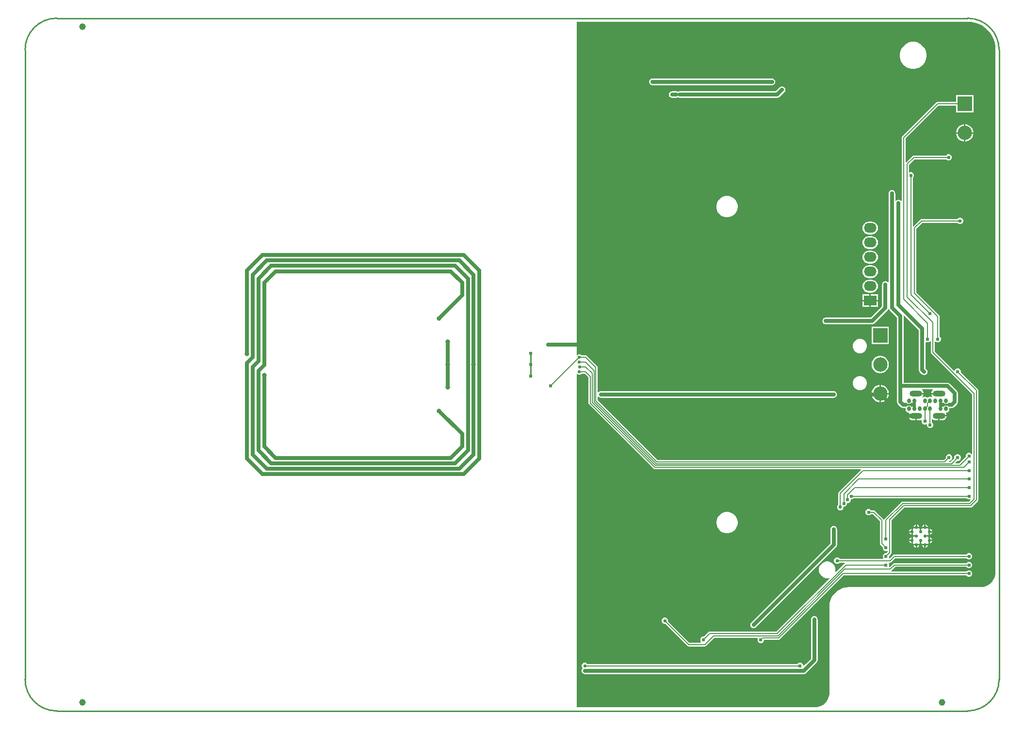
<source format=gtl>
G04*
G04 #@! TF.GenerationSoftware,Altium Limited,Altium Designer,22.2.1 (43)*
G04*
G04 Layer_Physical_Order=1*
G04 Layer_Color=255*
%FSLAX25Y25*%
%MOIN*%
G70*
G04*
G04 #@! TF.SameCoordinates,848C5CEF-A0A5-40A2-882F-BA2EA4B76D18*
G04*
G04*
G04 #@! TF.FilePolarity,Positive*
G04*
G01*
G75*
%ADD10C,0.01000*%
%ADD21C,0.02500*%
%ADD22C,0.02559*%
%ADD23C,0.00600*%
%ADD24C,0.00900*%
%ADD25C,0.02000*%
%ADD26C,0.00984*%
%ADD27C,0.02756*%
%ADD28C,0.03150*%
%ADD29C,0.04535*%
%ADD30C,0.09843*%
%ADD31R,0.09843X0.09843*%
%ADD32R,0.09843X0.09843*%
%ADD33C,0.02165*%
%ADD34O,0.02559X0.03347*%
%ADD35O,0.08661X0.04134*%
%ADD36O,0.08661X0.06693*%
%ADD37R,0.08661X0.06693*%
%ADD38C,0.02441*%
G36*
X312992Y235777D02*
Y235777D01*
X313487Y235764D01*
X315506Y235631D01*
X317977Y235140D01*
X320363Y234330D01*
X322622Y233215D01*
X324717Y231816D01*
X326611Y230155D01*
X328273Y228260D01*
X329672Y226166D01*
X330786Y223906D01*
X331596Y221520D01*
X332088Y219049D01*
X332220Y217030D01*
X332234Y216535D01*
X332234Y216535D01*
X332234Y216038D01*
X332234Y0D01*
X332234Y-142717D01*
X332241Y-142751D01*
X332116Y-144342D01*
X331735Y-145928D01*
X331111Y-147435D01*
X330259Y-148825D01*
X329199Y-150066D01*
X327959Y-151125D01*
X326569Y-151977D01*
X325062Y-152601D01*
X323476Y-152982D01*
X321884Y-153107D01*
X321850Y-153100D01*
X231299Y-153100D01*
Y-153087D01*
X229226Y-153250D01*
X227204Y-153735D01*
X225283Y-154531D01*
X223510Y-155618D01*
X221929Y-156968D01*
X220578Y-158549D01*
X219492Y-160322D01*
X218696Y-162243D01*
X218211Y-164266D01*
X218047Y-166339D01*
X218047D01*
X218061Y-166839D01*
X218061Y-225394D01*
X218068Y-225428D01*
X217942Y-227020D01*
X217562Y-228605D01*
X216937Y-230112D01*
X216085Y-231503D01*
X215026Y-232743D01*
X213786Y-233802D01*
X212396Y-234654D01*
X210889Y-235278D01*
X209303Y-235659D01*
X208165Y-235748D01*
X207677Y-235777D01*
X207177Y-235777D01*
X44291Y-235777D01*
Y-6605D01*
X44791Y-6398D01*
X45080Y-6687D01*
X45846Y-7004D01*
X46674D01*
X47440Y-6687D01*
X47809Y-6318D01*
X49998D01*
X52574Y-8894D01*
Y-26491D01*
X52675Y-26998D01*
X52963Y-27428D01*
X97001Y-71466D01*
X97431Y-71754D01*
X97938Y-71855D01*
X239540D01*
X239747Y-72355D01*
X224563Y-87539D01*
X224275Y-87969D01*
X224174Y-88476D01*
Y-96185D01*
X223618Y-96742D01*
X223280Y-97558D01*
Y-98442D01*
X223618Y-99258D01*
X224242Y-99882D01*
X225058Y-100221D01*
X225942D01*
X226758Y-99882D01*
X227382Y-99258D01*
X227720Y-98442D01*
Y-97720D01*
X228442D01*
X229258Y-97382D01*
X229882Y-96758D01*
X230221Y-95942D01*
Y-95221D01*
X230942D01*
X231758Y-94882D01*
X232382Y-94258D01*
X232720Y-93442D01*
Y-92721D01*
X233442D01*
X234258Y-92382D01*
X234764Y-91877D01*
X312162D01*
X312719Y-92434D01*
X313535Y-92772D01*
X314418D01*
X314808Y-92610D01*
X315092Y-93034D01*
X313951Y-94174D01*
X268379D01*
X267871Y-94275D01*
X267441Y-94563D01*
X255953Y-106052D01*
X255678Y-106463D01*
X255592Y-106476D01*
X255164Y-106440D01*
X255162Y-106430D01*
X254874Y-106000D01*
X249437Y-100563D01*
X249007Y-100275D01*
X248500Y-100174D01*
X246815D01*
X246258Y-99618D01*
X245442Y-99279D01*
X244558D01*
X243742Y-99618D01*
X243118Y-100242D01*
X242779Y-101058D01*
Y-101942D01*
X243118Y-102758D01*
X243742Y-103382D01*
X244558Y-103720D01*
X245442D01*
X246258Y-103382D01*
X246815Y-102825D01*
X247951D01*
X252611Y-107486D01*
Y-123031D01*
X252712Y-123539D01*
X253000Y-123969D01*
X254669Y-125638D01*
Y-126426D01*
X255007Y-127242D01*
X255632Y-127867D01*
X256448Y-128205D01*
X257331D01*
X257601Y-128093D01*
X258026Y-128364D01*
X258060Y-128845D01*
X257236Y-129669D01*
X256448D01*
X255632Y-130007D01*
X255007Y-130632D01*
X254669Y-131448D01*
Y-132331D01*
X254953Y-133017D01*
X254724Y-133517D01*
X225240D01*
X224683Y-132960D01*
X223867Y-132622D01*
X222984D01*
X222167Y-132960D01*
X221543Y-133585D01*
X221205Y-134401D01*
Y-135284D01*
X221543Y-136100D01*
X222167Y-136725D01*
X222984Y-137063D01*
X223867D01*
X224683Y-136725D01*
X225240Y-136168D01*
X228526D01*
X228678Y-136668D01*
X228393Y-136858D01*
X222566Y-142686D01*
X222117Y-142427D01*
X222260Y-141895D01*
Y-140388D01*
X221870Y-138932D01*
X221116Y-137627D01*
X220050Y-136561D01*
X218745Y-135807D01*
X217289Y-135417D01*
X215782D01*
X214326Y-135807D01*
X213021Y-136561D01*
X211955Y-137627D01*
X211201Y-138932D01*
X210811Y-140388D01*
Y-141895D01*
X211201Y-143351D01*
X211955Y-144657D01*
X213021Y-145722D01*
X214326Y-146476D01*
X215782Y-146866D01*
X217289D01*
X217821Y-146724D01*
X218079Y-147172D01*
X181577Y-183675D01*
X135835D01*
X135327Y-183775D01*
X134897Y-184063D01*
X131846Y-187114D01*
X131058D01*
X130242Y-187452D01*
X129618Y-188077D01*
X129279Y-188893D01*
Y-189776D01*
X129618Y-190592D01*
X129738Y-190713D01*
X129546Y-191174D01*
X121915D01*
X107220Y-176480D01*
Y-175692D01*
X106882Y-174876D01*
X106258Y-174251D01*
X105442Y-173913D01*
X104558D01*
X103742Y-174251D01*
X103118Y-174876D01*
X102779Y-175692D01*
Y-176576D01*
X103118Y-177392D01*
X103742Y-178016D01*
X104558Y-178354D01*
X105346D01*
X120429Y-193437D01*
X120859Y-193725D01*
X121366Y-193825D01*
X132500D01*
X133007Y-193725D01*
X133437Y-193437D01*
X139049Y-187826D01*
X168586D01*
X168885Y-188326D01*
X168650Y-188893D01*
Y-189776D01*
X168988Y-190592D01*
X169612Y-191217D01*
X170428Y-191555D01*
X171312D01*
X172128Y-191217D01*
X172752Y-190592D01*
X173091Y-189776D01*
Y-189325D01*
X183063D01*
X183570Y-189225D01*
X184000Y-188937D01*
X227911Y-145026D01*
X312162D01*
X312719Y-145583D01*
X313535Y-145921D01*
X314418D01*
X315234Y-145583D01*
X315859Y-144959D01*
X316197Y-144142D01*
Y-143259D01*
X315859Y-142443D01*
X315234Y-141818D01*
X314418Y-141480D01*
X313535D01*
X312719Y-141818D01*
X312162Y-142375D01*
X260647D01*
X260495Y-141875D01*
X260780Y-141685D01*
X263344Y-139121D01*
X312162D01*
X312719Y-139678D01*
X313535Y-140016D01*
X314418D01*
X315234Y-139678D01*
X315859Y-139053D01*
X316197Y-138237D01*
Y-137354D01*
X315859Y-136538D01*
X315234Y-135913D01*
X314418Y-135575D01*
X313535D01*
X312719Y-135913D01*
X312162Y-136470D01*
X262795D01*
X262288Y-136571D01*
X261858Y-136858D01*
X259508Y-139208D01*
X259234Y-139168D01*
X258944Y-138639D01*
X259110Y-138237D01*
Y-137354D01*
X258826Y-136668D01*
X259056Y-136168D01*
X259842D01*
X260350Y-136067D01*
X260780Y-135780D01*
X263344Y-133215D01*
X312162D01*
X312719Y-133772D01*
X313535Y-134110D01*
X314418D01*
X315234Y-133772D01*
X315859Y-133148D01*
X316197Y-132331D01*
Y-131448D01*
X315859Y-130632D01*
X315234Y-130007D01*
X314418Y-129669D01*
X313535D01*
X312719Y-130007D01*
X312162Y-130564D01*
X262795D01*
X262288Y-130665D01*
X261858Y-130953D01*
X259508Y-133303D01*
X259234Y-133263D01*
X258944Y-132734D01*
X259110Y-132331D01*
Y-131544D01*
X260437Y-130217D01*
X260725Y-129787D01*
X260825Y-129279D01*
Y-107049D01*
X269549Y-98326D01*
X315121D01*
X315629Y-98225D01*
X316059Y-97937D01*
X319937Y-94059D01*
X320225Y-93629D01*
X320325Y-93121D01*
Y-17753D01*
X320225Y-17246D01*
X319937Y-16816D01*
X308394Y-5273D01*
Y-4485D01*
X308056Y-3669D01*
X307431Y-3044D01*
X306615Y-2706D01*
X305732D01*
X304915Y-3044D01*
X304291Y-3669D01*
X304133Y-4051D01*
X303543Y-4168D01*
X290325Y9049D01*
Y15827D01*
X290826Y16034D01*
X291242Y15618D01*
X292058Y15280D01*
X292942D01*
X293758Y15618D01*
X294382Y16242D01*
X294721Y17058D01*
Y17942D01*
X294382Y18758D01*
X293826Y19315D01*
Y33000D01*
X293725Y33507D01*
X293437Y33937D01*
X277825Y49549D01*
Y93451D01*
X281837Y97462D01*
X305927D01*
X306484Y96905D01*
X307300Y96567D01*
X308184D01*
X309000Y96905D01*
X309625Y97530D01*
X309963Y98346D01*
Y99229D01*
X309625Y100045D01*
X309000Y100670D01*
X308184Y101008D01*
X307300D01*
X306484Y100670D01*
X305927Y100113D01*
X281287D01*
X280780Y100012D01*
X280350Y99725D01*
X275826Y95200D01*
X275325Y95407D01*
Y128185D01*
X275882Y128742D01*
X276220Y129558D01*
Y130442D01*
X275882Y131258D01*
X275258Y131882D01*
X274442Y132220D01*
X273558D01*
X273241Y132089D01*
X272826Y132367D01*
Y137451D01*
X276549Y141174D01*
X298185D01*
X298742Y140618D01*
X299558Y140279D01*
X300442D01*
X301258Y140618D01*
X301882Y141242D01*
X302221Y142058D01*
Y142942D01*
X301882Y143758D01*
X301258Y144382D01*
X300442Y144720D01*
X299558D01*
X298742Y144382D01*
X298185Y143825D01*
X276000D01*
X275493Y143725D01*
X275063Y143437D01*
X270826Y139200D01*
X270325Y139407D01*
Y155451D01*
X292840Y177966D01*
X305102D01*
Y173370D01*
X316945D01*
Y185213D01*
X305102D01*
Y180617D01*
X292291D01*
X291784Y180516D01*
X291354Y180229D01*
X268063Y156937D01*
X267775Y156507D01*
X267674Y156000D01*
Y112696D01*
X267175Y112544D01*
X267122Y112622D01*
X266808Y112832D01*
X266758Y112882D01*
X266692Y112910D01*
X266378Y113119D01*
X266008Y113193D01*
X265942Y113220D01*
X265870D01*
X265500Y113294D01*
X265130Y113220D01*
X265058D01*
X264992Y113193D01*
X264622Y113119D01*
X264308Y112910D01*
X264242Y112882D01*
X264192Y112832D01*
X263878Y112622D01*
X263794Y112497D01*
X263294Y112648D01*
Y117800D01*
X263221Y118170D01*
Y118242D01*
X263193Y118308D01*
X263120Y118678D01*
X262910Y118992D01*
X262882Y119058D01*
X262832Y119108D01*
X262622Y119422D01*
X262308Y119632D01*
X262258Y119682D01*
X262192Y119710D01*
X261878Y119919D01*
X261508Y119993D01*
X261442Y120020D01*
X261370D01*
X261000Y120094D01*
X260630Y120020D01*
X260558D01*
X260492Y119993D01*
X260122Y119919D01*
X259808Y119710D01*
X259742Y119682D01*
X259692Y119632D01*
X259378Y119422D01*
X259168Y119108D01*
X259118Y119058D01*
X259090Y118992D01*
X258880Y118678D01*
X258807Y118308D01*
X258780Y118242D01*
Y118170D01*
X258706Y117800D01*
Y56696D01*
X258206Y56544D01*
X258122Y56669D01*
X257808Y56879D01*
X257758Y56930D01*
X257692Y56957D01*
X257378Y57167D01*
X257008Y57240D01*
X256942Y57268D01*
X256870D01*
X256500Y57341D01*
X256130Y57268D01*
X256058D01*
X255992Y57240D01*
X255622Y57167D01*
X255308Y56957D01*
X255242Y56930D01*
X255192Y56879D01*
X254878Y56669D01*
X254668Y56356D01*
X254618Y56305D01*
X254590Y56239D01*
X254380Y55925D01*
X254307Y55555D01*
X254279Y55489D01*
Y55417D01*
X254206Y55047D01*
Y39950D01*
X246550Y32294D01*
X215500D01*
X215130Y32221D01*
X215058D01*
X214992Y32193D01*
X214622Y32120D01*
X214308Y31910D01*
X214242Y31882D01*
X214192Y31832D01*
X213878Y31622D01*
X213668Y31308D01*
X213618Y31258D01*
X213590Y31192D01*
X213381Y30878D01*
X213307Y30508D01*
X213280Y30442D01*
Y30370D01*
X213206Y30000D01*
X213280Y29630D01*
Y29558D01*
X213307Y29492D01*
X213381Y29122D01*
X213590Y28808D01*
X213618Y28742D01*
X213668Y28692D01*
X213878Y28378D01*
X214192Y28168D01*
X214242Y28118D01*
X214308Y28090D01*
X214622Y27880D01*
X214992Y27807D01*
X215058Y27779D01*
X215130D01*
X215500Y27706D01*
X247500D01*
X248378Y27880D01*
X249122Y28378D01*
X258122Y37378D01*
X258458Y37880D01*
X259042D01*
X259378Y37378D01*
X264438Y32318D01*
Y-25591D01*
X264613Y-26469D01*
X265110Y-27213D01*
X267079Y-29181D01*
X267823Y-29678D01*
X268701Y-29853D01*
X270258D01*
X270314Y-29921D01*
Y-30709D01*
X270491Y-31598D01*
X270994Y-32352D01*
X271748Y-32856D01*
X272457Y-32997D01*
X272682Y-33436D01*
X272690Y-33514D01*
X272616Y-33611D01*
X272307Y-34357D01*
X272268Y-34657D01*
X277559D01*
Y-35157D01*
X278059D01*
Y-38251D01*
X279823D01*
X280624Y-38146D01*
X281163Y-37922D01*
X281546Y-38304D01*
X281441Y-38558D01*
Y-39442D01*
X281779Y-40258D01*
X282404Y-40882D01*
X283220Y-41221D01*
X284103D01*
X284484Y-41063D01*
X284984Y-41397D01*
Y-41942D01*
X285322Y-42758D01*
X285947Y-43382D01*
X286763Y-43720D01*
X287646D01*
X288462Y-43382D01*
X289087Y-42758D01*
X289425Y-41942D01*
Y-41058D01*
X289087Y-40242D01*
X288530Y-39685D01*
Y-37705D01*
X289030Y-37479D01*
X289497Y-37836D01*
X290243Y-38146D01*
X291043Y-38251D01*
X292807D01*
Y-35157D01*
X293307D01*
Y-34657D01*
X298599D01*
X298559Y-34357D01*
X298250Y-33611D01*
X298176Y-33514D01*
X298184Y-33436D01*
X298409Y-32997D01*
X299118Y-32856D01*
X299872Y-32352D01*
X300376Y-31598D01*
X300553Y-30709D01*
Y-29921D01*
X300608Y-29853D01*
X302165D01*
X303043Y-29678D01*
X303787Y-29181D01*
X305756Y-27213D01*
X306253Y-26469D01*
X306428Y-25591D01*
Y-19685D01*
X306253Y-18807D01*
X305756Y-18063D01*
X300835Y-13142D01*
X300091Y-12644D01*
X299213Y-12470D01*
X269026D01*
Y33268D01*
X268963Y33585D01*
X269424Y33832D01*
X279548Y23707D01*
Y17323D01*
Y-3596D01*
X279723Y-4474D01*
X280220Y-5218D01*
X281551Y-6549D01*
X281865Y-6759D01*
X281915Y-6809D01*
X281982Y-6837D01*
X282295Y-7046D01*
X282665Y-7120D01*
X282732Y-7147D01*
X282803D01*
X283173Y-7221D01*
X283543Y-7147D01*
X283615D01*
X283681Y-7120D01*
X284051Y-7046D01*
X284365Y-6837D01*
X284431Y-6809D01*
X284482Y-6759D01*
X284795Y-6549D01*
X285005Y-6235D01*
X285056Y-6185D01*
X285083Y-6118D01*
X285293Y-5805D01*
X285366Y-5435D01*
X285394Y-5368D01*
Y-5297D01*
X285467Y-4927D01*
X285394Y-4557D01*
Y-4485D01*
X285366Y-4419D01*
X285293Y-4049D01*
X285083Y-3735D01*
X285056Y-3669D01*
X285005Y-3618D01*
X284795Y-3305D01*
X284137Y-2646D01*
Y15120D01*
X284637Y15454D01*
X285058Y15280D01*
X285942D01*
X286758Y15618D01*
X287175Y16034D01*
X287674Y15827D01*
Y8500D01*
X287775Y7993D01*
X288063Y7563D01*
X316175Y-20549D01*
Y-61343D01*
X315674Y-61550D01*
X315234Y-61110D01*
X314418Y-60772D01*
X313535D01*
X312719Y-61110D01*
X312094Y-61734D01*
X311756Y-62550D01*
Y-63338D01*
X307090Y-68004D01*
X304603D01*
X304412Y-67542D01*
X305756Y-66197D01*
X306544D01*
X307360Y-65859D01*
X307985Y-65234D01*
X308323Y-64418D01*
Y-63535D01*
X307985Y-62719D01*
X307360Y-62094D01*
X306544Y-61756D01*
X305661D01*
X304845Y-62094D01*
X304220Y-62719D01*
X303882Y-63535D01*
Y-64322D01*
X301401Y-66804D01*
X300383D01*
X300116Y-66304D01*
X300187Y-66197D01*
X300638D01*
X301455Y-65859D01*
X302079Y-65234D01*
X302417Y-64418D01*
Y-63535D01*
X302079Y-62719D01*
X301455Y-62094D01*
X300638Y-61756D01*
X299755D01*
X298939Y-62094D01*
X298314Y-62719D01*
X297976Y-63535D01*
Y-64322D01*
X296695Y-65604D01*
X99978D01*
X58825Y-24451D01*
Y-22196D01*
X59325Y-22044D01*
X59378Y-22122D01*
X59692Y-22332D01*
X59742Y-22382D01*
X59808Y-22410D01*
X60122Y-22619D01*
X60492Y-22693D01*
X60558Y-22720D01*
X60630D01*
X61000Y-22794D01*
X221000D01*
X221370Y-22720D01*
X221442D01*
X221508Y-22693D01*
X221878Y-22619D01*
X222192Y-22410D01*
X222258Y-22382D01*
X222308Y-22332D01*
X222622Y-22122D01*
X222832Y-21808D01*
X222882Y-21758D01*
X222910Y-21692D01*
X223119Y-21378D01*
X223193Y-21008D01*
X223220Y-20942D01*
Y-20870D01*
X223294Y-20500D01*
X223220Y-20130D01*
Y-20058D01*
X223193Y-19992D01*
X223119Y-19622D01*
X222910Y-19308D01*
X222882Y-19242D01*
X222832Y-19192D01*
X222622Y-18878D01*
X222308Y-18668D01*
X222258Y-18618D01*
X222192Y-18590D01*
X221878Y-18381D01*
X221508Y-18307D01*
X221442Y-18280D01*
X221370D01*
X221000Y-18206D01*
X61000D01*
X60630Y-18280D01*
X60558D01*
X60492Y-18307D01*
X60122Y-18381D01*
X59808Y-18590D01*
X59742Y-18618D01*
X59692Y-18668D01*
X59378Y-18878D01*
X59325Y-18956D01*
X58825Y-18804D01*
Y-1906D01*
X58725Y-1398D01*
X58437Y-968D01*
X51485Y5984D01*
X51055Y6272D01*
X50547Y6373D01*
X47880D01*
X47440Y6813D01*
X46674Y7130D01*
X45846D01*
X45080Y6813D01*
X44791Y6524D01*
X44291Y6731D01*
Y235777D01*
X312992Y235777D01*
X312992Y235777D01*
D02*
G37*
G36*
X289137Y-17558D02*
X288856Y-17773D01*
X288364Y-18414D01*
X288055Y-19160D01*
X288016Y-19461D01*
X293307D01*
Y-20461D01*
X288016D01*
X288055Y-20761D01*
X288364Y-21507D01*
X288856Y-22148D01*
X288884Y-22170D01*
X288877Y-22184D01*
X288225Y-22350D01*
X288094Y-22262D01*
X287205Y-22085D01*
X286315Y-22262D01*
X285561Y-22766D01*
X285305D01*
X284551Y-22262D01*
X283661Y-22085D01*
X282772Y-22262D01*
X282081Y-22724D01*
X281790Y-22317D01*
X282010Y-22148D01*
X282502Y-21507D01*
X282811Y-20761D01*
X282850Y-20461D01*
X277559D01*
Y-19461D01*
X282850D01*
X282811Y-19160D01*
X282502Y-18414D01*
X282010Y-17773D01*
X281730Y-17558D01*
X281899Y-17058D01*
X288967D01*
X289137Y-17558D01*
D02*
G37*
G36*
X299730Y-28550D02*
X299587Y-28447D01*
X299439Y-28355D01*
X299286Y-28274D01*
X299128Y-28204D01*
X298965Y-28144D01*
X298797Y-28095D01*
X298624Y-28058D01*
X298447Y-28031D01*
X298264Y-28014D01*
X298228Y-28014D01*
X298193Y-28014D01*
X298010Y-28031D01*
X297832Y-28058D01*
X297659Y-28095D01*
X297492Y-28144D01*
X297329Y-28204D01*
X297171Y-28274D01*
X297018Y-28355D01*
X296870Y-28447D01*
X296727Y-28550D01*
Y-26569D01*
X296870Y-26671D01*
X297018Y-26763D01*
X297171Y-26844D01*
X297329Y-26915D01*
X297492Y-26974D01*
X297659Y-27023D01*
X297832Y-27060D01*
X298010Y-27087D01*
X298193Y-27104D01*
X298228Y-27105D01*
X298264Y-27104D01*
X298447Y-27087D01*
X298624Y-27060D01*
X298797Y-27023D01*
X298965Y-26974D01*
X299128Y-26915D01*
X299286Y-26844D01*
X299439Y-26763D01*
X299587Y-26671D01*
X299730Y-26569D01*
Y-28550D01*
D02*
G37*
G36*
X274139D02*
X273996Y-28447D01*
X273848Y-28355D01*
X273695Y-28274D01*
X273537Y-28204D01*
X273375Y-28144D01*
X273207Y-28095D01*
X273034Y-28058D01*
X272856Y-28031D01*
X272673Y-28014D01*
X272638Y-28014D01*
X272602Y-28014D01*
X272420Y-28031D01*
X272242Y-28058D01*
X272069Y-28095D01*
X271901Y-28144D01*
X271738Y-28204D01*
X271580Y-28274D01*
X271427Y-28355D01*
X271279Y-28447D01*
X271136Y-28550D01*
Y-26569D01*
X271279Y-26671D01*
X271427Y-26763D01*
X271580Y-26844D01*
X271738Y-26915D01*
X271901Y-26974D01*
X272069Y-27023D01*
X272242Y-27060D01*
X272420Y-27087D01*
X272602Y-27104D01*
X272638Y-27105D01*
X272673Y-27104D01*
X272856Y-27087D01*
X273034Y-27060D01*
X273207Y-27023D01*
X273375Y-26974D01*
X273537Y-26915D01*
X273695Y-26844D01*
X273848Y-26763D01*
X273996Y-26671D01*
X274139Y-26569D01*
Y-28550D01*
D02*
G37*
%LPC*%
G36*
X276507Y221905D02*
X274674D01*
X272876Y221548D01*
X271182Y220846D01*
X269658Y219828D01*
X268361Y218531D01*
X267343Y217007D01*
X266641Y215313D01*
X266283Y213515D01*
Y211682D01*
X266641Y209884D01*
X267343Y208190D01*
X268361Y206665D01*
X269658Y205369D01*
X271182Y204351D01*
X272876Y203649D01*
X274674Y203291D01*
X276507D01*
X278305Y203649D01*
X279999Y204351D01*
X281523Y205369D01*
X282820Y206665D01*
X283838Y208190D01*
X284540Y209884D01*
X284898Y211682D01*
Y213515D01*
X284540Y215313D01*
X283838Y217007D01*
X282820Y218531D01*
X281523Y219828D01*
X279999Y220846D01*
X278305Y221548D01*
X276507Y221905D01*
D02*
G37*
G36*
X178598Y196812D02*
X96488D01*
X95599Y196635D01*
X94845Y196132D01*
X94341Y195378D01*
X94164Y194488D01*
X94341Y193599D01*
X94845Y192845D01*
X95599Y192341D01*
X96488Y192164D01*
X178598D01*
X179488Y192341D01*
X180242Y192845D01*
X180746Y193599D01*
X180923Y194488D01*
X180746Y195378D01*
X180242Y196132D01*
X179488Y196635D01*
X178598Y196812D01*
D02*
G37*
G36*
X185488Y191301D02*
X184599Y191124D01*
X183845Y190620D01*
X181258Y188033D01*
X115181D01*
X114292Y187856D01*
X113896Y187591D01*
X113500Y187856D01*
X112610Y188033D01*
X110039D01*
X109150Y187856D01*
X108396Y187352D01*
X107892Y186598D01*
X107715Y185709D01*
X107892Y184819D01*
X108396Y184065D01*
X109150Y183562D01*
X110039Y183385D01*
X112610D01*
X113500Y183562D01*
X113896Y183826D01*
X114292Y183562D01*
X115181Y183385D01*
X182221D01*
X183110Y183562D01*
X183864Y184065D01*
X187132Y187333D01*
X187636Y188087D01*
X187812Y188976D01*
X187636Y189866D01*
X187132Y190620D01*
X186378Y191124D01*
X185488Y191301D01*
D02*
G37*
G36*
X311607Y165213D02*
X311524D01*
Y159791D01*
X316945D01*
Y159874D01*
X316717Y161019D01*
X316271Y162096D01*
X315623Y163066D01*
X314798Y163891D01*
X313828Y164539D01*
X312751Y164985D01*
X311607Y165213D01*
D02*
G37*
G36*
X310524D02*
X310440D01*
X309296Y164985D01*
X308219Y164539D01*
X307249Y163891D01*
X306424Y163066D01*
X305776Y162096D01*
X305330Y161019D01*
X305102Y159874D01*
Y159791D01*
X310524D01*
Y165213D01*
D02*
G37*
G36*
X316945Y158791D02*
X311524D01*
Y153370D01*
X311607D01*
X312751Y153598D01*
X313828Y154044D01*
X314798Y154692D01*
X315623Y155517D01*
X316271Y156487D01*
X316717Y157564D01*
X316945Y158708D01*
Y158791D01*
D02*
G37*
G36*
X310524D02*
X305102D01*
Y158708D01*
X305330Y157564D01*
X305776Y156487D01*
X306424Y155517D01*
X307249Y154692D01*
X308219Y154044D01*
X309296Y153598D01*
X310440Y153370D01*
X310524D01*
Y158791D01*
D02*
G37*
G36*
X148357Y115961D02*
X146919D01*
X145509Y115680D01*
X144180Y115130D01*
X142985Y114331D01*
X141968Y113314D01*
X141169Y112119D01*
X140619Y110791D01*
X140339Y109380D01*
Y107942D01*
X140619Y106532D01*
X141169Y105204D01*
X141968Y104008D01*
X142985Y102992D01*
X144180Y102193D01*
X145509Y101643D01*
X146919Y101362D01*
X148357D01*
X149767Y101643D01*
X151095Y102193D01*
X152291Y102992D01*
X153307Y104008D01*
X154106Y105204D01*
X154657Y106532D01*
X154937Y107942D01*
Y109380D01*
X154657Y110791D01*
X154106Y112119D01*
X153307Y113314D01*
X152291Y114331D01*
X151095Y115130D01*
X149767Y115680D01*
X148357Y115961D01*
D02*
G37*
G36*
X247047Y98282D02*
X245079D01*
X243944Y98132D01*
X242887Y97694D01*
X241979Y96998D01*
X241282Y96090D01*
X240844Y95032D01*
X240695Y93898D01*
X240844Y92763D01*
X241282Y91706D01*
X241979Y90798D01*
X242887Y90101D01*
X243944Y89663D01*
X245079Y89514D01*
X247047D01*
X248182Y89663D01*
X249239Y90101D01*
X250147Y90798D01*
X250844Y91706D01*
X251282Y92763D01*
X251431Y93898D01*
X251282Y95032D01*
X250844Y96090D01*
X250147Y96998D01*
X249239Y97694D01*
X248182Y98132D01*
X247047Y98282D01*
D02*
G37*
G36*
Y88282D02*
X245079D01*
X243944Y88132D01*
X242887Y87694D01*
X241979Y86998D01*
X241282Y86090D01*
X240844Y85032D01*
X240695Y83898D01*
X240844Y82763D01*
X241282Y81706D01*
X241979Y80798D01*
X242887Y80101D01*
X243944Y79663D01*
X245079Y79514D01*
X247047D01*
X248182Y79663D01*
X249239Y80101D01*
X250147Y80798D01*
X250844Y81706D01*
X251282Y82763D01*
X251431Y83898D01*
X251282Y85032D01*
X250844Y86090D01*
X250147Y86998D01*
X249239Y87694D01*
X248182Y88132D01*
X247047Y88282D01*
D02*
G37*
G36*
Y78282D02*
X245079D01*
X243944Y78132D01*
X242887Y77694D01*
X241979Y76998D01*
X241282Y76090D01*
X240844Y75032D01*
X240695Y73898D01*
X240844Y72763D01*
X241282Y71706D01*
X241979Y70798D01*
X242887Y70101D01*
X243944Y69663D01*
X245079Y69514D01*
X247047D01*
X248182Y69663D01*
X249239Y70101D01*
X250147Y70798D01*
X250844Y71706D01*
X251282Y72763D01*
X251431Y73898D01*
X251282Y75032D01*
X250844Y76090D01*
X250147Y76998D01*
X249239Y77694D01*
X248182Y78132D01*
X247047Y78282D01*
D02*
G37*
G36*
Y68282D02*
X245079D01*
X243944Y68132D01*
X242887Y67694D01*
X241979Y66998D01*
X241282Y66090D01*
X240844Y65032D01*
X240695Y63898D01*
X240844Y62763D01*
X241282Y61706D01*
X241979Y60798D01*
X242887Y60101D01*
X243944Y59663D01*
X245079Y59514D01*
X247047D01*
X248182Y59663D01*
X249239Y60101D01*
X250147Y60798D01*
X250844Y61706D01*
X251282Y62763D01*
X251431Y63898D01*
X251282Y65032D01*
X250844Y66090D01*
X250147Y66998D01*
X249239Y67694D01*
X248182Y68132D01*
X247047Y68282D01*
D02*
G37*
G36*
Y58282D02*
X245079D01*
X243944Y58132D01*
X242887Y57694D01*
X241979Y56998D01*
X241282Y56090D01*
X240844Y55032D01*
X240695Y53898D01*
X240844Y52763D01*
X241282Y51706D01*
X241979Y50798D01*
X242887Y50101D01*
X243944Y49663D01*
X245079Y49514D01*
X247047D01*
X248182Y49663D01*
X249239Y50101D01*
X250147Y50798D01*
X250844Y51706D01*
X251282Y52763D01*
X251431Y53898D01*
X251282Y55032D01*
X250844Y56090D01*
X250147Y56998D01*
X249239Y57694D01*
X248182Y58132D01*
X247047Y58282D01*
D02*
G37*
G36*
X251394Y48244D02*
X246563D01*
Y44398D01*
X251394D01*
Y48244D01*
D02*
G37*
G36*
X245563D02*
X240732D01*
Y44398D01*
X245563D01*
Y48244D01*
D02*
G37*
G36*
X251394Y43398D02*
X246563D01*
Y39551D01*
X251394D01*
Y43398D01*
D02*
G37*
G36*
X245563D02*
X240732D01*
Y39551D01*
X245563D01*
Y43398D01*
D02*
G37*
G36*
X258874Y25921D02*
X247031D01*
Y14079D01*
X258874D01*
Y25921D01*
D02*
G37*
G36*
X239626Y17732D02*
X238326D01*
X237071Y17396D01*
X235945Y16746D01*
X235026Y15827D01*
X234376Y14701D01*
X234039Y13445D01*
Y12145D01*
X234376Y10890D01*
X235026Y9764D01*
X235945Y8845D01*
X237071Y8195D01*
X238326Y7858D01*
X239626D01*
X240882Y8195D01*
X242008Y8845D01*
X242927Y9764D01*
X243577Y10890D01*
X243913Y12145D01*
Y13445D01*
X243577Y14701D01*
X242927Y15827D01*
X242008Y16746D01*
X240882Y17396D01*
X239626Y17732D01*
D02*
G37*
G36*
X253536Y5921D02*
X252370D01*
X251226Y5694D01*
X250148Y5247D01*
X249178Y4599D01*
X248353Y3775D01*
X247705Y2805D01*
X247259Y1727D01*
X247031Y583D01*
Y-583D01*
X247259Y-1727D01*
X247705Y-2805D01*
X248353Y-3775D01*
X249178Y-4599D01*
X250148Y-5247D01*
X251226Y-5694D01*
X252370Y-5921D01*
X253536D01*
X254680Y-5694D01*
X255757Y-5247D01*
X256727Y-4599D01*
X257552Y-3775D01*
X258200Y-2805D01*
X258646Y-1727D01*
X258874Y-583D01*
Y583D01*
X258646Y1727D01*
X258200Y2805D01*
X257552Y3775D01*
X256727Y4599D01*
X255757Y5247D01*
X254680Y5694D01*
X253536Y5921D01*
D02*
G37*
G36*
X239626Y-7858D02*
X238326D01*
X237071Y-8195D01*
X235945Y-8845D01*
X235026Y-9764D01*
X234376Y-10890D01*
X234039Y-12145D01*
Y-13445D01*
X234376Y-14701D01*
X235026Y-15827D01*
X235945Y-16746D01*
X237071Y-17396D01*
X238326Y-17732D01*
X239626D01*
X240882Y-17396D01*
X242008Y-16746D01*
X242927Y-15827D01*
X243577Y-14701D01*
X243913Y-13445D01*
Y-12145D01*
X243577Y-10890D01*
X242927Y-9764D01*
X242008Y-8845D01*
X240882Y-8195D01*
X239626Y-7858D01*
D02*
G37*
G36*
X253536Y-14079D02*
X253453D01*
Y-19500D01*
X258874D01*
Y-19417D01*
X258646Y-18273D01*
X258200Y-17195D01*
X257552Y-16225D01*
X256727Y-15401D01*
X255757Y-14753D01*
X254680Y-14306D01*
X253536Y-14079D01*
D02*
G37*
G36*
X252453D02*
X252370D01*
X251226Y-14306D01*
X250148Y-14753D01*
X249178Y-15401D01*
X248353Y-16225D01*
X247705Y-17195D01*
X247259Y-18273D01*
X247031Y-19417D01*
Y-19500D01*
X252453D01*
Y-14079D01*
D02*
G37*
G36*
X258874Y-20500D02*
X253453D01*
Y-25921D01*
X253536D01*
X254680Y-25694D01*
X255757Y-25247D01*
X256727Y-24599D01*
X257552Y-23775D01*
X258200Y-22805D01*
X258646Y-21727D01*
X258874Y-20583D01*
Y-20500D01*
D02*
G37*
G36*
X252453D02*
X247031D01*
Y-20583D01*
X247259Y-21727D01*
X247705Y-22805D01*
X248353Y-23775D01*
X249178Y-24599D01*
X250148Y-25247D01*
X251226Y-25694D01*
X252370Y-25921D01*
X252453D01*
Y-20500D01*
D02*
G37*
G36*
X298599Y-35658D02*
X293807D01*
Y-38251D01*
X295571D01*
X296372Y-38146D01*
X297118Y-37836D01*
X297758Y-37345D01*
X298250Y-36704D01*
X298559Y-35958D01*
X298599Y-35658D01*
D02*
G37*
G36*
X277059Y-35657D02*
X272268D01*
X272307Y-35958D01*
X272616Y-36704D01*
X273108Y-37345D01*
X273749Y-37836D01*
X274495Y-38146D01*
X275295Y-38251D01*
X277059D01*
Y-35657D01*
D02*
G37*
G36*
X284201Y-109961D02*
Y-111508D01*
X285748D01*
X285466Y-110828D01*
X284880Y-110242D01*
X284201Y-109961D01*
D02*
G37*
G36*
X283201D02*
X282521Y-110242D01*
X281935Y-110828D01*
X281654Y-111508D01*
X283201D01*
Y-109961D01*
D02*
G37*
G36*
X278295D02*
Y-111508D01*
X279842D01*
X279561Y-110828D01*
X278975Y-110242D01*
X278295Y-109961D01*
D02*
G37*
G36*
X277295D02*
X276616Y-110242D01*
X276030Y-110828D01*
X275748Y-111508D01*
X277295D01*
Y-109961D01*
D02*
G37*
G36*
X285748Y-112508D02*
X281654D01*
X281670Y-112547D01*
X281287Y-112930D01*
X281248Y-112913D01*
Y-114961D01*
X280248D01*
Y-112913D01*
X280209Y-112929D01*
X279826Y-112547D01*
X279842Y-112508D01*
X275748D01*
X275764Y-112547D01*
X275382Y-112930D01*
X275343Y-112913D01*
Y-114961D01*
Y-117008D01*
X275382Y-116991D01*
X275764Y-117374D01*
X275748Y-117413D01*
X277795D01*
Y-118413D01*
X275748D01*
X275764Y-118453D01*
X275382Y-118835D01*
X275343Y-118819D01*
Y-120866D01*
Y-122913D01*
X275382Y-122897D01*
X275764Y-123280D01*
X275748Y-123319D01*
X279842D01*
X279826Y-123280D01*
X280209Y-122897D01*
X280248Y-122913D01*
Y-120866D01*
X281248D01*
Y-122913D01*
X281287Y-122897D01*
X281670Y-123280D01*
X281654Y-123319D01*
X285748D01*
X285732Y-123280D01*
X286114Y-122897D01*
X286154Y-122913D01*
Y-120866D01*
Y-118819D01*
X286114Y-118835D01*
X285732Y-118453D01*
X285748Y-118413D01*
X283701D01*
Y-117413D01*
X285748D01*
X285732Y-117374D01*
X286114Y-116991D01*
X286154Y-117008D01*
Y-114961D01*
Y-112913D01*
X286115Y-112930D01*
X285732Y-112547D01*
X285748Y-112508D01*
D02*
G37*
G36*
X287154Y-112913D02*
Y-114461D01*
X288701D01*
X288419Y-113781D01*
X287833Y-113195D01*
X287154Y-112913D01*
D02*
G37*
G36*
X274343D02*
X273663Y-113195D01*
X273077Y-113781D01*
X272795Y-114461D01*
X274343D01*
Y-112913D01*
D02*
G37*
G36*
X148357Y-101362D02*
X146919D01*
X145509Y-101643D01*
X144180Y-102193D01*
X142985Y-102992D01*
X141968Y-104008D01*
X141169Y-105204D01*
X140619Y-106532D01*
X140339Y-107942D01*
Y-109380D01*
X140619Y-110791D01*
X141169Y-112119D01*
X141968Y-113314D01*
X142985Y-114331D01*
X144180Y-115130D01*
X145509Y-115680D01*
X146919Y-115961D01*
X148357D01*
X149767Y-115680D01*
X151095Y-115130D01*
X152291Y-114331D01*
X153307Y-113314D01*
X154106Y-112119D01*
X154657Y-110791D01*
X154937Y-109380D01*
Y-107942D01*
X154657Y-106532D01*
X154106Y-105204D01*
X153307Y-104008D01*
X152291Y-102992D01*
X151095Y-102193D01*
X149767Y-101643D01*
X148357Y-101362D01*
D02*
G37*
G36*
X288701Y-115461D02*
X287154D01*
Y-117008D01*
X287833Y-116726D01*
X288419Y-116140D01*
X288701Y-115461D01*
D02*
G37*
G36*
X274343D02*
X272795D01*
X273077Y-116140D01*
X273663Y-116726D01*
X274343Y-117008D01*
Y-115461D01*
D02*
G37*
G36*
X287154Y-118819D02*
Y-120366D01*
X288701D01*
X288419Y-119686D01*
X287833Y-119101D01*
X287154Y-118819D01*
D02*
G37*
G36*
X274343D02*
X273663Y-119101D01*
X273077Y-119686D01*
X272795Y-120366D01*
X274343D01*
Y-118819D01*
D02*
G37*
G36*
X288701Y-121366D02*
X287154D01*
Y-122913D01*
X287833Y-122632D01*
X288419Y-122046D01*
X288701Y-121366D01*
D02*
G37*
G36*
X274343D02*
X272795D01*
X273077Y-122046D01*
X273663Y-122632D01*
X274343Y-122913D01*
Y-121366D01*
D02*
G37*
G36*
X285748Y-124319D02*
X284201D01*
Y-125866D01*
X284880Y-125585D01*
X285466Y-124999D01*
X285748Y-124319D01*
D02*
G37*
G36*
X283201D02*
X281654D01*
X281935Y-124999D01*
X282521Y-125585D01*
X283201Y-125866D01*
Y-124319D01*
D02*
G37*
G36*
X279842D02*
X278295D01*
Y-125866D01*
X278975Y-125585D01*
X279561Y-124999D01*
X279842Y-124319D01*
D02*
G37*
G36*
X277295D02*
X275748D01*
X276030Y-124999D01*
X276616Y-125585D01*
X277295Y-125866D01*
Y-124319D01*
D02*
G37*
G36*
X221000Y-110895D02*
X220630Y-110968D01*
X220558D01*
X220492Y-110996D01*
X220122Y-111070D01*
X219808Y-111279D01*
X219742Y-111307D01*
X219692Y-111357D01*
X219378Y-111567D01*
X219168Y-111881D01*
X219118Y-111931D01*
X219090Y-111997D01*
X218881Y-112311D01*
X218807Y-112681D01*
X218779Y-112747D01*
Y-112819D01*
X218706Y-113189D01*
Y-122995D01*
X164323Y-177378D01*
X164113Y-177692D01*
X164062Y-177742D01*
X164035Y-177808D01*
X163826Y-178122D01*
X163752Y-178492D01*
X163724Y-178558D01*
Y-178630D01*
X163651Y-179000D01*
X163724Y-179370D01*
Y-179442D01*
X163752Y-179508D01*
X163826Y-179878D01*
X164035Y-180192D01*
X164062Y-180258D01*
X164113Y-180308D01*
X164323Y-180622D01*
X164637Y-180832D01*
X164687Y-180882D01*
X164753Y-180910D01*
X165067Y-181120D01*
X165437Y-181193D01*
X165503Y-181220D01*
X165575D01*
X165945Y-181294D01*
X166315Y-181220D01*
X166387D01*
X166453Y-181193D01*
X166823Y-181120D01*
X167137Y-180910D01*
X167203Y-180882D01*
X167253Y-180832D01*
X167567Y-180622D01*
X222622Y-125567D01*
X223119Y-124823D01*
X223294Y-123945D01*
Y-113189D01*
X223220Y-112819D01*
Y-112747D01*
X223193Y-112681D01*
X223119Y-112311D01*
X222910Y-111997D01*
X222882Y-111931D01*
X222832Y-111881D01*
X222622Y-111567D01*
X222308Y-111357D01*
X222258Y-111307D01*
X222192Y-111279D01*
X221878Y-111070D01*
X221508Y-110996D01*
X221442Y-110968D01*
X221370D01*
X221000Y-110895D01*
D02*
G37*
G36*
X207677Y-172903D02*
X207307Y-172976D01*
X207236D01*
X207169Y-173004D01*
X206799Y-173077D01*
X206486Y-173287D01*
X206419Y-173314D01*
X206369Y-173365D01*
X206055Y-173575D01*
X205845Y-173888D01*
X205795Y-173939D01*
X205767Y-174005D01*
X205558Y-174319D01*
X205484Y-174689D01*
X205457Y-174755D01*
Y-174827D01*
X205383Y-175197D01*
Y-202258D01*
X202118Y-205523D01*
X200517Y-207124D01*
X200055Y-206933D01*
Y-206704D01*
X199717Y-205888D01*
X199092Y-205263D01*
X198276Y-204925D01*
X197393D01*
X196577Y-205263D01*
X196020Y-205820D01*
X51620Y-205820D01*
X51180Y-205380D01*
X50414Y-205063D01*
X49586D01*
X48820Y-205380D01*
X48234Y-205966D01*
X47917Y-206731D01*
Y-207560D01*
X48234Y-208325D01*
X48414Y-208506D01*
X48378Y-208878D01*
X47881Y-209622D01*
X47706Y-210500D01*
X47881Y-211378D01*
X48378Y-212122D01*
X49122Y-212619D01*
X50000Y-212794D01*
X200386Y-212794D01*
X201264Y-212619D01*
X202008Y-212122D01*
X205362Y-208768D01*
X209299Y-204831D01*
X209797Y-204087D01*
X209971Y-203209D01*
Y-175197D01*
X209898Y-174827D01*
Y-174755D01*
X209870Y-174689D01*
X209797Y-174319D01*
X209587Y-174005D01*
X209560Y-173939D01*
X209509Y-173888D01*
X209299Y-173575D01*
X208986Y-173365D01*
X208935Y-173314D01*
X208869Y-173287D01*
X208555Y-173077D01*
X208185Y-173004D01*
X208119Y-172976D01*
X208047D01*
X207677Y-172903D01*
D02*
G37*
%LPD*%
D10*
X-334646Y-216535D02*
G03*
X-312992Y-238189I21654J0D01*
G01*
X312992D02*
G03*
X334646Y-216535I0J21654D01*
G01*
Y216535D02*
G03*
X312992Y238189I-21654J0D01*
G01*
X-312992D02*
G03*
X-334646Y216535I0J-21654D01*
G01*
X-312992Y-238189D02*
X0Y-238189D01*
X-334646Y-216535D02*
X-334646Y0D01*
X334646D02*
X334646Y-216535D01*
X0Y-238189D02*
X312992Y-238189D01*
X0Y238189D02*
X312992Y238189D01*
X334646Y0D02*
X334646Y216535D01*
X-334646D02*
X-334646Y0D01*
X-312992Y238189D02*
X0Y238189D01*
D21*
X231299Y-150591D02*
G03*
X215551Y-166339I0J-15748D01*
G01*
X207677Y-233268D02*
G03*
X215551Y-225394I0J7874D01*
G01*
X321850Y-150591D02*
G03*
X329724Y-142717I0J7874D01*
G01*
Y216535D02*
G03*
X312992Y233268I-16732J-0D01*
G01*
X329724Y207677D02*
Y215551D01*
Y184055D02*
Y199803D01*
Y180118D02*
Y184055D01*
Y199803D02*
Y207677D01*
Y136811D02*
Y168307D01*
Y180118D01*
Y113189D02*
Y125000D01*
X302165Y233268D02*
X312992D01*
X290354D02*
X302165D01*
X329724Y18701D02*
Y26575D01*
Y2953D02*
Y18701D01*
X329724Y89567D02*
Y101378D01*
Y113189D01*
Y69882D02*
Y89567D01*
X329724Y42323D02*
Y50197D01*
Y26575D02*
Y42323D01*
X329724Y58071D02*
Y69882D01*
X278543Y233268D02*
X290354D01*
X250984D02*
X262795D01*
X274606D01*
X235236D02*
X247047D01*
X223425D02*
X235236D01*
X247047D02*
X250984D01*
X207677Y233268D02*
X219488D01*
X184055D02*
X195866D01*
X207677D01*
X164370D02*
X176181D01*
X140748D02*
X152559D01*
X164370D01*
X329724Y-28543D02*
Y-12795D01*
Y-48228D02*
Y-28543D01*
Y-99408D02*
Y-87598D01*
Y-71850D02*
Y-60039D01*
Y-48228D01*
Y-87598D02*
Y-71850D01*
Y-8858D02*
Y2953D01*
Y-12795D02*
Y-8858D01*
Y-107282D02*
Y-99408D01*
Y-115156D02*
Y-107282D01*
Y-130905D02*
Y-115156D01*
Y-142717D02*
Y-134843D01*
X305118Y-150591D02*
X321850D01*
X285433D02*
X305118D01*
X277559D02*
X285433D01*
X269685D02*
X277559D01*
X231299D02*
X269685D01*
X230500Y-20500D02*
X253453D01*
X215551Y-178150D02*
Y-166339D01*
Y-193898D02*
Y-182087D01*
Y-205709D02*
Y-193898D01*
Y-213583D02*
Y-205709D01*
Y-225394D02*
Y-213583D01*
X199803Y-233268D02*
X207677D01*
X187992D02*
X199803D01*
X176181D02*
X187992D01*
X156496D02*
X176181D01*
X140748D02*
X156496D01*
X105315Y233268D02*
X117126D01*
X136811D01*
X69882Y233268D02*
X77756D01*
X97441D01*
X58071D02*
X69882D01*
X46260D02*
X58071D01*
X46260Y217520D02*
Y233268D01*
Y213583D02*
Y217520D01*
Y201772D02*
Y213583D01*
Y162402D02*
Y174213D01*
Y186024D01*
Y150591D02*
Y162402D01*
Y193898D02*
Y201772D01*
Y186024D02*
Y193898D01*
Y126969D02*
Y138780D01*
Y150591D01*
Y115158D02*
Y126969D01*
X46260Y26575D02*
X183425D01*
X46260Y-142717D02*
Y-130905D01*
Y-166339D02*
Y-158465D01*
Y-178150D02*
Y-166339D01*
Y-150591D02*
Y-142717D01*
Y-158465D02*
Y-150591D01*
Y-130905D02*
Y-123031D01*
X128937Y-233268D02*
X140748D01*
X117126D02*
X128937D01*
X113189D02*
X117126D01*
X93504D02*
X113189D01*
X77756D02*
X93504D01*
X46260Y-189961D02*
Y-178150D01*
Y-201772D02*
Y-189961D01*
Y-217520D02*
Y-201772D01*
X65945Y-233268D02*
X77756D01*
X54134D02*
X65945D01*
X46260D02*
X54134D01*
X46260D02*
Y-217520D01*
X-44244Y-15748D02*
Y15748D01*
X329724Y215551D02*
Y216535D01*
Y125000D02*
Y136811D01*
Y54134D02*
Y58071D01*
X274606Y233268D02*
X278543D01*
X329724Y-134843D02*
Y-130905D01*
X215551Y-182087D02*
Y-178150D01*
X176181Y233268D02*
X184055D01*
X136811D02*
X140748D01*
X97441Y233268D02*
X101378D01*
X46260D02*
X46260D01*
Y233268D01*
X46260Y111221D02*
X46260Y115158D01*
X46260Y107284D02*
Y111221D01*
Y103347D02*
Y107284D01*
Y99410D02*
Y103347D01*
Y95473D02*
Y99410D01*
Y91536D02*
Y95473D01*
Y87599D02*
Y91536D01*
Y83662D02*
Y87599D01*
Y79725D02*
Y83662D01*
Y75788D02*
Y79725D01*
Y71851D02*
Y75788D01*
Y67914D02*
Y71851D01*
Y63977D02*
Y67914D01*
Y60040D02*
Y63977D01*
Y56103D02*
Y60040D01*
Y52166D02*
Y56103D01*
Y48228D02*
Y52166D01*
Y44291D02*
Y48228D01*
Y40354D02*
Y44291D01*
Y36417D02*
Y40354D01*
Y32480D02*
Y36417D01*
Y28543D02*
Y32480D01*
Y26575D02*
Y28543D01*
Y24606D02*
Y26575D01*
X219488Y233268D02*
X223425Y233268D01*
X101378Y233268D02*
X105315Y233268D01*
X329724Y54134D02*
X329724Y50197D01*
X46260Y-233268D02*
Y-233268D01*
X46260Y-12795D02*
Y-8858D01*
Y-16732D02*
Y-12795D01*
Y-24606D02*
Y-16732D01*
Y-28543D02*
Y-24606D01*
Y-32480D02*
Y-28543D01*
Y-36417D02*
Y-32480D01*
Y-40354D02*
Y-36417D01*
Y-44291D02*
Y-40354D01*
Y-48228D02*
Y-44291D01*
Y-52165D02*
Y-48228D01*
Y-56102D02*
Y-52165D01*
Y-60039D02*
Y-56102D01*
Y-63976D02*
Y-60039D01*
Y-67913D02*
Y-63976D01*
Y-71850D02*
Y-67913D01*
Y-75787D02*
Y-71850D01*
Y-79724D02*
Y-75787D01*
Y-83661D02*
Y-79724D01*
Y-87598D02*
Y-83661D01*
Y-91535D02*
Y-87598D01*
Y-95472D02*
Y-91535D01*
Y-99409D02*
Y-95472D01*
Y-103346D02*
Y-99409D01*
Y-107283D02*
Y-103346D01*
Y-111220D02*
Y-107283D01*
Y-115157D02*
Y-111220D01*
Y-119094D02*
Y-115157D01*
X46260Y-123031D02*
X46260Y-119094D01*
X203740Y-207146D02*
X207677Y-203209D01*
X200386Y-210500D02*
X203740Y-207146D01*
X50000Y-210500D02*
X200386Y-210500D01*
X221000Y-123945D02*
Y-113189D01*
X165945Y-179000D02*
X221000Y-123945D01*
X207677Y-203209D02*
Y-175197D01*
X46260Y20669D02*
Y24606D01*
Y16732D02*
Y20669D01*
Y12795D02*
Y16732D01*
Y8858D02*
Y12795D01*
X183425Y26575D02*
X230500Y-20500D01*
X253453D02*
X268110Y-35157D01*
X252953Y-20000D02*
X253453Y-20500D01*
X254000D01*
X254500Y-20000D01*
X61000Y-20500D02*
X221000D01*
X24606Y13780D02*
X46000D01*
X268110Y-35157D02*
X277559D01*
X281842Y-3596D02*
Y17323D01*
Y-3596D02*
X283173Y-4927D01*
X281842Y17323D02*
Y24657D01*
X265500Y41000D02*
X281842Y24657D01*
X285472Y73547D02*
X293020Y66000D01*
X265500Y41000D02*
Y111000D01*
X261000Y39000D02*
Y117800D01*
Y39000D02*
X266732Y33268D01*
X215500Y30000D02*
X247500D01*
X256500Y39000D01*
Y55047D01*
X266732Y-25591D02*
Y33268D01*
X310500Y66000D02*
X317500Y73000D01*
Y107087D01*
X294587D02*
X317500D01*
X289000Y101500D02*
X294587Y107087D01*
X289370Y62350D02*
X293020Y66000D01*
X289370Y59055D02*
Y62350D01*
X293020Y66000D02*
X310500D01*
X285433Y-14764D02*
X299213D01*
X304134Y-19685D01*
Y-25591D02*
Y-19685D01*
X302165Y-27559D02*
X304134Y-25591D01*
X300492Y-27559D02*
X302165D01*
X295177D02*
X295965D01*
X274902D02*
X275689D01*
X268701D02*
X270374D01*
X266732Y-25591D02*
X268701Y-27559D01*
X267000Y-14764D02*
X285433D01*
X-44244Y-15748D02*
X-44244Y-15748D01*
D22*
X144457Y185709D02*
X182221D01*
X115181D02*
X144457D01*
X110039D02*
X112610D01*
X198795Y112205D02*
X240158D01*
X162244Y148756D02*
X198795Y112205D01*
X162244Y176142D02*
X181642D01*
X195500Y190000D02*
X320500D01*
X181642Y176142D02*
X195500Y190000D01*
X182221Y185709D02*
X185488Y188976D01*
X317500Y107087D02*
Y143500D01*
X325500Y151500D01*
Y185000D01*
X320500Y190000D02*
X325500Y185000D01*
X162244Y173571D02*
Y176142D01*
Y171000D02*
Y173571D01*
Y148756D02*
Y171000D01*
X130905Y194488D02*
X178598D01*
X96488D02*
X130905D01*
D23*
X50000Y-207146D02*
X197835Y-207146D01*
X245000Y-101500D02*
X248500D01*
X253937Y-106937D01*
Y-123031D02*
Y-106937D01*
X230500Y-89500D02*
X235354Y-84646D01*
X233051Y-90551D02*
X313976D01*
X233000Y-90500D02*
X233051Y-90551D01*
X235354Y-84646D02*
X313976D01*
X253937Y-123031D02*
X256890Y-125984D01*
X225500Y-98000D02*
Y-88476D01*
X259500Y-106500D02*
X269000Y-97000D01*
X259500Y-129279D02*
Y-106500D01*
X256890Y-120079D02*
Y-106989D01*
Y-131890D02*
X259500Y-129279D01*
X170870Y-189335D02*
X172205Y-188000D01*
X183063D01*
X138500Y-186500D02*
X182595D01*
X228346Y-140748D01*
X132500Y-192500D02*
X138500Y-186500D01*
X121366Y-192500D02*
X132500D01*
X183063Y-188000D02*
X227362Y-143701D01*
X135835Y-185000D02*
X182126D01*
X131500Y-189335D02*
X135835Y-185000D01*
X105000Y-176134D02*
X121366Y-192500D01*
X26864Y-14349D02*
X46260Y5047D01*
X26449Y-14764D02*
X26575D01*
X26927Y-14412D01*
X46260Y5047D02*
X50547D01*
X227362Y-143701D02*
X313976D01*
X229331Y-137795D02*
X256890D01*
X182126Y-185000D02*
X229331Y-137795D01*
X228346Y-140748D02*
X259842D01*
X262795Y-137795D01*
X313976D01*
X223425Y-134843D02*
X259842D01*
X262795Y-131890D01*
X313976D01*
X56300Y-25497D02*
Y-4150D01*
X98932Y-68129D02*
X301950D01*
X56300Y-25497D02*
X98932Y-68129D01*
X98435Y-69329D02*
X307640D01*
X97938Y-70529D02*
X310377D01*
X53900Y-26491D02*
X97938Y-70529D01*
X53900Y-26491D02*
Y-8345D01*
X55100Y-25994D02*
Y-6100D01*
Y-25994D02*
X98435Y-69329D01*
X57500Y-25000D02*
Y-1906D01*
X99429Y-66929D02*
X297244D01*
X57500Y-25000D02*
X99429Y-66929D01*
X50547Y-1547D02*
X55100Y-6100D01*
X50547Y-4992D02*
X53900Y-8345D01*
X50547Y1602D02*
X56300Y-4150D01*
X50547Y5047D02*
X57500Y-1906D01*
X47244Y-4992D02*
X50547D01*
X46260Y1602D02*
X50547D01*
X46260Y-1547D02*
X50547D01*
X317500Y-92500D02*
Y-20000D01*
X276000Y142500D02*
X300000D01*
X271500Y138000D02*
X276000Y142500D01*
X289000Y8500D02*
X317500Y-20000D01*
X289000Y8500D02*
Y29000D01*
X271500Y46500D02*
X289000Y29000D01*
X271500Y46500D02*
Y138000D01*
X306173Y-4927D02*
X319000Y-17753D01*
X256890Y-106989D02*
X268379Y-95500D01*
X228000D02*
Y-88929D01*
X230500Y-93000D02*
Y-89500D01*
X269000Y-97000D02*
X315121D01*
X268379Y-95500D02*
X314500D01*
X315121Y-97000D02*
X319000Y-93121D01*
Y-17753D01*
X314500Y-95500D02*
X317500Y-92500D01*
X307640Y-69329D02*
X313977Y-62992D01*
X297244Y-66929D02*
X300197Y-63977D01*
X301950Y-68129D02*
X306102Y-63977D01*
X310377Y-70529D02*
X313977Y-66929D01*
X241142Y-72835D02*
X313976D01*
X225500Y-88476D02*
X241142Y-72835D01*
X238189Y-78740D02*
X313976D01*
X228000Y-88929D02*
X238189Y-78740D01*
X285500Y17500D02*
Y28500D01*
X269000Y45000D02*
Y156000D01*
Y45000D02*
X285500Y28500D01*
X292500Y17500D02*
Y33000D01*
X276500Y49000D02*
X292500Y33000D01*
X269000Y156000D02*
X292291Y179291D01*
X274000Y47921D02*
Y130000D01*
X276500Y49000D02*
Y94000D01*
X274000Y47921D02*
X286961Y34961D01*
X281287Y98787D02*
X307742D01*
X276500Y94000D02*
X281287Y98787D01*
X292291Y179291D02*
X311024D01*
X287205Y-41500D02*
Y-30315D01*
X283661Y-39000D02*
Y-30315D01*
X285433Y-28543D02*
Y-26575D01*
X283661Y-30315D02*
X285433Y-28543D01*
Y-26575D02*
X287205Y-24803D01*
D24*
X295965Y-27559D02*
X300492D01*
X270374D02*
X274902D01*
D25*
X294488Y-30315D02*
Y-24803D01*
X276378Y-30315D02*
Y-24803D01*
D26*
X12768Y-27D02*
Y7819D01*
Y-7874D02*
Y-27D01*
D27*
X-26406Y0D02*
Y61839D01*
Y-61839D02*
Y0D01*
X-170389Y-56383D02*
Y-7283D01*
X-178319Y-61839D02*
Y-1560D01*
X-182283Y64567D02*
X-171457Y75394D01*
Y-75394D02*
X-33268D01*
X-174354Y-4288D02*
X-170389Y-323D01*
X-178319Y5133D02*
Y61839D01*
X-168504Y-71653D02*
X-36220D01*
X-168504Y71653D02*
X-36220D01*
Y-71653D02*
X-26406Y-61839D01*
X-165551Y-67913D02*
X-39173D01*
X-170389Y-56383D02*
X-162598Y-64173D01*
X-182283Y-64567D02*
Y1168D01*
X-33268Y-75394D02*
X-22441Y-64567D01*
X-36220Y71653D02*
X-26406Y61839D01*
X-174354Y-59111D02*
X-165551Y-67913D01*
X-182283Y1168D02*
X-178319Y5133D01*
X-39173Y-67913D02*
X-30371Y-59111D01*
X-50177Y31871D02*
X-34335Y47713D01*
X-30371Y-59111D02*
Y59111D01*
X-33268Y75394D02*
X-22441Y64567D01*
X-50177Y-31871D02*
X-34335Y-47713D01*
Y47713D02*
Y56383D01*
X-162598Y-64173D02*
X-42126D01*
X-178319Y-61839D02*
X-168504Y-71653D01*
X-165551Y67913D02*
X-39173D01*
X-30371Y59111D01*
X-162598Y64173D02*
X-42126D01*
X-178319Y61839D02*
X-168504Y71653D01*
X-42126Y-64173D02*
X-34335Y-56383D01*
X-170389Y56383D02*
X-162598Y64173D01*
X-174354Y-59111D02*
Y-4288D01*
X-42126Y64173D02*
X-34335Y56383D01*
Y-56383D02*
Y-47713D01*
X-22441Y-64567D02*
Y64567D01*
X-170389Y-323D02*
Y56383D01*
X-178319Y-1560D02*
X-174354Y2405D01*
X-182283Y7283D02*
Y64567D01*
X-174354Y2405D02*
Y59111D01*
X-165551Y67913D01*
X-182283Y-64567D02*
X-171457Y-75394D01*
Y75394D02*
X-33268D01*
D28*
X-26406Y0D02*
D03*
X-50177Y-31871D02*
D03*
Y31871D02*
D03*
X-44244Y-15748D02*
D03*
X-44291Y0D02*
D03*
X-44244Y15748D02*
D03*
X-170389Y-7283D02*
D03*
X-182283Y7283D02*
D03*
D29*
X295276Y-232283D02*
D03*
X-295276D02*
D03*
Y232283D02*
D03*
D30*
X252953Y-20000D02*
D03*
Y0D02*
D03*
X311024Y159291D02*
D03*
D31*
X252953Y20000D02*
D03*
D32*
X311024Y179291D02*
D03*
D33*
X280748Y-120866D02*
D03*
X274843D02*
D03*
X286654D02*
D03*
X274843Y-114961D02*
D03*
X280748D02*
D03*
X286654D02*
D03*
X277795Y-123819D02*
D03*
X283701D02*
D03*
X277795Y-117913D02*
D03*
X283701D02*
D03*
X277795Y-112008D02*
D03*
X283701D02*
D03*
X322834Y204724D02*
D03*
Y173228D02*
D03*
Y141732D02*
D03*
Y110236D02*
D03*
Y78740D02*
D03*
Y47244D02*
D03*
Y15748D02*
D03*
Y-15748D02*
D03*
Y-47244D02*
D03*
X314961Y220472D02*
D03*
X307086Y204724D02*
D03*
X314961Y188976D02*
D03*
Y125984D02*
D03*
Y94488D02*
D03*
Y62992D02*
D03*
Y31496D02*
D03*
X307086Y15748D02*
D03*
Y-15748D02*
D03*
Y-110236D02*
D03*
X299213Y220472D02*
D03*
X291338Y204724D02*
D03*
X299213Y188976D02*
D03*
X291338Y173228D02*
D03*
X299213Y157480D02*
D03*
Y31496D02*
D03*
X291338Y-110236D02*
D03*
X299213Y-125984D02*
D03*
X283464Y188976D02*
D03*
X275590Y173228D02*
D03*
X283464Y157480D02*
D03*
X275590Y-47244D02*
D03*
X259842Y204724D02*
D03*
X267716Y188976D02*
D03*
X259842Y173228D02*
D03*
Y-15748D02*
D03*
X267716Y-31496D02*
D03*
X259842Y-47244D02*
D03*
X267716Y-125984D02*
D03*
X251968Y220472D02*
D03*
X244094Y204724D02*
D03*
X251968Y188976D02*
D03*
Y157480D02*
D03*
Y-31496D02*
D03*
X244094Y-47244D02*
D03*
X236220Y220472D02*
D03*
X228346Y204724D02*
D03*
X236220Y188976D02*
D03*
X228346Y173228D02*
D03*
X236220Y157480D02*
D03*
X228346Y141732D02*
D03*
Y110236D02*
D03*
X236220Y-31496D02*
D03*
Y-62992D02*
D03*
Y-94488D02*
D03*
Y-125984D02*
D03*
X220472Y220472D02*
D03*
X212598Y204724D02*
D03*
X220472Y188976D02*
D03*
X212598Y173228D02*
D03*
X220472Y157480D02*
D03*
X212598Y141732D02*
D03*
X220472Y125984D02*
D03*
X212598Y110236D02*
D03*
X220472Y94488D02*
D03*
X212598Y78740D02*
D03*
Y47244D02*
D03*
X204724Y220472D02*
D03*
X196850Y204724D02*
D03*
X204724Y188976D02*
D03*
X196850Y173228D02*
D03*
X204724Y157480D02*
D03*
Y125984D02*
D03*
X196850Y78740D02*
D03*
Y47244D02*
D03*
Y15748D02*
D03*
Y-15748D02*
D03*
Y-47244D02*
D03*
Y-78740D02*
D03*
Y-110236D02*
D03*
X188976Y220472D02*
D03*
X181102Y204724D02*
D03*
X188976Y188976D02*
D03*
X181102Y173228D02*
D03*
X188976Y94488D02*
D03*
X181102Y78740D02*
D03*
X188976Y62992D02*
D03*
X181102Y47244D02*
D03*
X188976Y31496D02*
D03*
X181102Y15748D02*
D03*
X188976Y-0D02*
D03*
X181102Y-15748D02*
D03*
X188976Y-31496D02*
D03*
X181102Y-47244D02*
D03*
X188976Y-62992D02*
D03*
X181102Y-78740D02*
D03*
X188976Y-94488D02*
D03*
X181102Y-110236D02*
D03*
X188976Y-125984D02*
D03*
Y-188976D02*
D03*
Y-220473D02*
D03*
X173228Y220472D02*
D03*
X165354Y204724D02*
D03*
Y173228D02*
D03*
Y141732D02*
D03*
X173228Y125984D02*
D03*
X165354Y110236D02*
D03*
X173228Y94488D02*
D03*
X165354Y78740D02*
D03*
X173228Y62992D02*
D03*
X165354Y47244D02*
D03*
X173228Y31496D02*
D03*
X165354Y15748D02*
D03*
X173228Y-0D02*
D03*
X165354Y-15748D02*
D03*
X173228Y-31496D02*
D03*
X165354Y-47244D02*
D03*
X173228Y-62992D02*
D03*
X165354Y-78740D02*
D03*
X173228Y-94488D02*
D03*
X165354Y-110236D02*
D03*
X173228Y-125984D02*
D03*
X165354Y-141732D02*
D03*
X173228Y-220473D02*
D03*
X157480Y220472D02*
D03*
X149606Y204724D02*
D03*
X157480Y157480D02*
D03*
Y125984D02*
D03*
Y94488D02*
D03*
X149606Y78740D02*
D03*
X157480Y62992D02*
D03*
X149606Y47244D02*
D03*
X157480Y31496D02*
D03*
X149606Y15748D02*
D03*
X157480Y-0D02*
D03*
X149606Y-15748D02*
D03*
X157480Y-31496D02*
D03*
X149606Y-47244D02*
D03*
X157480Y-62992D02*
D03*
X149606Y-78740D02*
D03*
X157480Y-94488D02*
D03*
Y-125984D02*
D03*
X149606Y-141732D02*
D03*
X157480Y-157480D02*
D03*
X149606Y-173228D02*
D03*
X157480Y-188976D02*
D03*
Y-220473D02*
D03*
X141732Y220472D02*
D03*
X133858Y173228D02*
D03*
X141732Y157480D02*
D03*
X133858Y141732D02*
D03*
X141732Y125984D02*
D03*
X133858Y110236D02*
D03*
X141732Y94488D02*
D03*
X133858Y78740D02*
D03*
X141732Y62992D02*
D03*
X133858Y47244D02*
D03*
X141732Y31496D02*
D03*
X133858Y15748D02*
D03*
X141732Y-0D02*
D03*
X133858Y-15748D02*
D03*
X141732Y-31496D02*
D03*
X133858Y-47244D02*
D03*
X141732Y-62992D02*
D03*
X133858Y-78740D02*
D03*
X141732Y-94488D02*
D03*
X133858Y-110236D02*
D03*
X141732Y-125984D02*
D03*
X133858Y-141732D02*
D03*
Y-173228D02*
D03*
X141732Y-188976D02*
D03*
X125984Y220472D02*
D03*
X118110Y204724D02*
D03*
Y173228D02*
D03*
X125984Y157480D02*
D03*
Y125984D02*
D03*
X118110Y110236D02*
D03*
X125984Y94488D02*
D03*
X118110Y78740D02*
D03*
X125984Y62992D02*
D03*
X118110Y47244D02*
D03*
X125984Y31496D02*
D03*
X118110Y15748D02*
D03*
X125984Y-0D02*
D03*
X118110Y-15748D02*
D03*
X125984Y-31496D02*
D03*
X118110Y-47244D02*
D03*
X125984Y-62992D02*
D03*
X118110Y-78740D02*
D03*
X125984Y-94488D02*
D03*
X118110Y-110236D02*
D03*
X125984Y-125984D02*
D03*
X118110Y-173228D02*
D03*
X110236Y220472D02*
D03*
X102362Y204724D02*
D03*
Y173228D02*
D03*
X110236Y125984D02*
D03*
X102362Y110236D02*
D03*
X110236Y94488D02*
D03*
X102362Y78740D02*
D03*
X110236Y62992D02*
D03*
X102362Y47244D02*
D03*
X110236Y31496D02*
D03*
X102362Y15748D02*
D03*
X110236Y-0D02*
D03*
X102362Y-15748D02*
D03*
X110236Y-31496D02*
D03*
X102362Y-47244D02*
D03*
X110236Y-62992D02*
D03*
X102362Y-78740D02*
D03*
X110236Y-94488D02*
D03*
X102362Y-110236D02*
D03*
X110236Y-125984D02*
D03*
X94488Y220472D02*
D03*
X86614Y204724D02*
D03*
Y173228D02*
D03*
Y141732D02*
D03*
X94488Y125984D02*
D03*
X86614Y110236D02*
D03*
X94488Y94488D02*
D03*
X86614Y78740D02*
D03*
X94488Y62992D02*
D03*
X86614Y47244D02*
D03*
X94488Y31496D02*
D03*
X86614Y15748D02*
D03*
X94488Y-0D02*
D03*
X86614Y-15748D02*
D03*
X94488Y-31496D02*
D03*
X86614Y-47244D02*
D03*
Y-78740D02*
D03*
X94488Y-94488D02*
D03*
X86614Y-110236D02*
D03*
X94488Y-125984D02*
D03*
X86614Y-141732D02*
D03*
Y-173228D02*
D03*
X94488Y-188976D02*
D03*
X78740Y220472D02*
D03*
X70866Y204724D02*
D03*
X78740Y188976D02*
D03*
X70866Y173228D02*
D03*
X78740Y157480D02*
D03*
X70866Y141732D02*
D03*
X78740Y125984D02*
D03*
X70866Y110236D02*
D03*
X78740Y94488D02*
D03*
X70866Y78740D02*
D03*
X78740Y62992D02*
D03*
X70866Y47244D02*
D03*
X78740Y31496D02*
D03*
X70866Y15748D02*
D03*
X78740Y-0D02*
D03*
X70866Y-15748D02*
D03*
X78740Y-31496D02*
D03*
X70866Y-47244D02*
D03*
X78740Y-62992D02*
D03*
X70866Y-78740D02*
D03*
X78740Y-94488D02*
D03*
X70866Y-110236D02*
D03*
X78740Y-125984D02*
D03*
X70866Y-141732D02*
D03*
X78740Y-157480D02*
D03*
X70866Y-173228D02*
D03*
X62992Y220472D02*
D03*
X55118Y204724D02*
D03*
X62992Y188976D02*
D03*
X55118Y173228D02*
D03*
X62992Y157480D02*
D03*
X55118Y141732D02*
D03*
X62992Y125984D02*
D03*
X55118Y110236D02*
D03*
X62992Y94488D02*
D03*
X55118Y78740D02*
D03*
X62992Y62992D02*
D03*
X55118Y47244D02*
D03*
X62992Y31496D02*
D03*
X55118Y15748D02*
D03*
Y-47244D02*
D03*
X62992Y-62992D02*
D03*
X55118Y-78740D02*
D03*
X62992Y-94488D02*
D03*
X55118Y-110236D02*
D03*
X62992Y-125984D02*
D03*
X55118Y-141732D02*
D03*
X62992Y-157480D02*
D03*
X55118Y-173228D02*
D03*
X62992Y-188976D02*
D03*
Y-220473D02*
D03*
X50000Y-207146D02*
D03*
Y-210500D02*
D03*
X325787Y-149536D02*
D03*
X215551Y-166339D02*
D03*
X329724Y-126967D02*
D03*
Y-60039D02*
D03*
Y-67913D02*
D03*
Y-71850D02*
D03*
Y-75787D02*
D03*
Y-63976D02*
D03*
Y-83660D02*
D03*
Y-87598D02*
D03*
Y-91535D02*
D03*
Y-79723D02*
D03*
Y-99408D02*
D03*
Y-103345D02*
D03*
Y-107282D02*
D03*
Y-95471D02*
D03*
Y-115156D02*
D03*
Y-119093D02*
D03*
Y-123030D02*
D03*
Y-111219D02*
D03*
Y6890D02*
D03*
Y-984D02*
D03*
Y-4921D02*
D03*
Y-8858D02*
D03*
Y2953D02*
D03*
Y-16732D02*
D03*
Y-20669D02*
D03*
Y-24606D02*
D03*
Y-12795D02*
D03*
Y-32480D02*
D03*
Y-36417D02*
D03*
Y-40354D02*
D03*
Y-28543D02*
D03*
Y-48228D02*
D03*
Y-52165D02*
D03*
Y-56102D02*
D03*
Y-44291D02*
D03*
Y22638D02*
D03*
Y10827D02*
D03*
Y14764D02*
D03*
Y18701D02*
D03*
Y38386D02*
D03*
Y26575D02*
D03*
Y30512D02*
D03*
Y34449D02*
D03*
Y54134D02*
D03*
Y42323D02*
D03*
Y46260D02*
D03*
Y50197D02*
D03*
Y69882D02*
D03*
Y58071D02*
D03*
Y62008D02*
D03*
Y65945D02*
D03*
Y85630D02*
D03*
Y73819D02*
D03*
Y77756D02*
D03*
Y81693D02*
D03*
Y101378D02*
D03*
Y89567D02*
D03*
Y93504D02*
D03*
Y97441D02*
D03*
Y117126D02*
D03*
Y105315D02*
D03*
Y109252D02*
D03*
Y113189D02*
D03*
Y132874D02*
D03*
Y121063D02*
D03*
Y125000D02*
D03*
Y128937D02*
D03*
Y148622D02*
D03*
Y136811D02*
D03*
Y140748D02*
D03*
Y144685D02*
D03*
Y164370D02*
D03*
Y152559D02*
D03*
Y156496D02*
D03*
Y160433D02*
D03*
Y180118D02*
D03*
Y168307D02*
D03*
Y172244D02*
D03*
Y176181D02*
D03*
Y195866D02*
D03*
Y184055D02*
D03*
Y187992D02*
D03*
Y191929D02*
D03*
Y211614D02*
D03*
Y199803D02*
D03*
Y203740D02*
D03*
Y207677D02*
D03*
X318440Y232356D02*
D03*
X322349Y230407D02*
D03*
X325620Y227513D02*
D03*
X328031Y223870D02*
D03*
X329417Y219728D02*
D03*
X313976Y233268D02*
D03*
X329724Y215551D02*
D03*
X215551Y-178150D02*
D03*
Y-182087D02*
D03*
Y-174213D02*
D03*
Y-170276D02*
D03*
X216322Y-161472D02*
D03*
X290354Y233268D02*
D03*
X286417D02*
D03*
X306102D02*
D03*
X302165D02*
D03*
X298228D02*
D03*
X294291D02*
D03*
X310039D02*
D03*
X250984D02*
D03*
X247047D02*
D03*
X266732D02*
D03*
X262795D02*
D03*
X258858D02*
D03*
X254921D02*
D03*
X270669D02*
D03*
X274606D02*
D03*
X278543D02*
D03*
X282480D02*
D03*
X211614D02*
D03*
X207677D02*
D03*
X227362D02*
D03*
X223425D02*
D03*
X219488D02*
D03*
X215551D02*
D03*
X231299D02*
D03*
X235236D02*
D03*
X239173D02*
D03*
X243110D02*
D03*
X46260Y-4921D02*
D03*
X46260Y8858D02*
D03*
X203740Y233268D02*
D03*
X199803D02*
D03*
X195866D02*
D03*
X191929D02*
D03*
X176181D02*
D03*
X180118D02*
D03*
X184055D02*
D03*
X187992D02*
D03*
X160433D02*
D03*
X164370D02*
D03*
X168307D02*
D03*
X172244D02*
D03*
X144685D02*
D03*
X148622D02*
D03*
X152559D02*
D03*
X156496D02*
D03*
X128937D02*
D03*
X132874D02*
D03*
X136811D02*
D03*
X140748D02*
D03*
X113189D02*
D03*
X117126D02*
D03*
X121063D02*
D03*
X125000D02*
D03*
X97441D02*
D03*
X101378D02*
D03*
X105315D02*
D03*
X109252D02*
D03*
X81693D02*
D03*
X85630D02*
D03*
X89567D02*
D03*
X93504D02*
D03*
X65945D02*
D03*
X69882D02*
D03*
X73819D02*
D03*
X77756D02*
D03*
X50197D02*
D03*
X54134D02*
D03*
X58071D02*
D03*
X62008D02*
D03*
X46260D02*
D03*
Y217520D02*
D03*
Y221457D02*
D03*
Y225394D02*
D03*
Y229331D02*
D03*
Y142717D02*
D03*
Y146654D02*
D03*
Y150591D02*
D03*
Y158465D02*
D03*
Y162402D02*
D03*
Y166339D02*
D03*
Y154528D02*
D03*
Y174213D02*
D03*
Y178150D02*
D03*
Y182087D02*
D03*
Y170276D02*
D03*
Y189961D02*
D03*
Y193898D02*
D03*
Y197835D02*
D03*
Y186024D02*
D03*
Y205709D02*
D03*
Y209646D02*
D03*
Y213583D02*
D03*
Y201772D02*
D03*
Y126969D02*
D03*
Y138780D02*
D03*
Y134843D02*
D03*
Y130906D02*
D03*
Y111221D02*
D03*
Y123032D02*
D03*
Y119095D02*
D03*
Y115158D02*
D03*
Y95473D02*
D03*
Y107284D02*
D03*
Y103347D02*
D03*
Y99410D02*
D03*
Y79725D02*
D03*
Y91536D02*
D03*
Y87599D02*
D03*
Y83662D02*
D03*
Y63977D02*
D03*
Y75788D02*
D03*
Y71851D02*
D03*
Y67914D02*
D03*
Y48228D02*
D03*
Y60040D02*
D03*
Y56103D02*
D03*
Y52166D02*
D03*
X46260Y5047D02*
D03*
Y1602D02*
D03*
X46287Y-1547D02*
D03*
X46260Y36417D02*
D03*
Y40354D02*
D03*
Y44291D02*
D03*
Y20669D02*
D03*
Y24606D02*
D03*
Y28543D02*
D03*
Y32480D02*
D03*
Y12795D02*
D03*
Y16732D02*
D03*
Y-12795D02*
D03*
Y-8858D02*
D03*
Y-28543D02*
D03*
Y-24606D02*
D03*
Y-16732D02*
D03*
Y-44291D02*
D03*
Y-40354D02*
D03*
Y-36417D02*
D03*
Y-32480D02*
D03*
Y-60039D02*
D03*
Y-56102D02*
D03*
Y-52165D02*
D03*
Y-48228D02*
D03*
Y-75787D02*
D03*
Y-71850D02*
D03*
Y-67913D02*
D03*
Y-63976D02*
D03*
Y-91535D02*
D03*
Y-87598D02*
D03*
Y-83661D02*
D03*
Y-79724D02*
D03*
Y-103346D02*
D03*
Y-99409D02*
D03*
Y-95472D02*
D03*
Y-119094D02*
D03*
Y-115157D02*
D03*
Y-111220D02*
D03*
Y-107283D02*
D03*
Y-134843D02*
D03*
Y-130905D02*
D03*
Y-126969D02*
D03*
Y-123031D02*
D03*
Y-150591D02*
D03*
Y-146653D02*
D03*
Y-142717D02*
D03*
Y-138779D02*
D03*
Y-166339D02*
D03*
Y-162401D02*
D03*
Y-158465D02*
D03*
Y-154527D02*
D03*
Y-182087D02*
D03*
Y-178150D02*
D03*
Y-174213D02*
D03*
Y-170276D02*
D03*
Y-197835D02*
D03*
Y-193898D02*
D03*
Y-189961D02*
D03*
Y-186024D02*
D03*
Y-213583D02*
D03*
Y-205709D02*
D03*
Y-201772D02*
D03*
Y-229331D02*
D03*
Y-225394D02*
D03*
Y-221457D02*
D03*
Y-217520D02*
D03*
Y-233268D02*
D03*
X62008D02*
D03*
X58071D02*
D03*
X54134D02*
D03*
X50197D02*
D03*
X77756D02*
D03*
X73819D02*
D03*
X69882D02*
D03*
X65945D02*
D03*
X93504D02*
D03*
X89567D02*
D03*
X85630D02*
D03*
X81693D02*
D03*
X109252D02*
D03*
X105315D02*
D03*
X101378D02*
D03*
X97441D02*
D03*
X125000D02*
D03*
X121063D02*
D03*
X117126D02*
D03*
X113189D02*
D03*
X140748D02*
D03*
X136811D02*
D03*
X132874D02*
D03*
X128937D02*
D03*
X156496D02*
D03*
X152559D02*
D03*
X148622D02*
D03*
X144685D02*
D03*
X172244D02*
D03*
X168307D02*
D03*
X164370D02*
D03*
X160433D02*
D03*
X187992D02*
D03*
X184055D02*
D03*
X180118D02*
D03*
X176181D02*
D03*
X191929D02*
D03*
X195866D02*
D03*
X199803D02*
D03*
X203740D02*
D03*
X211614Y-232213D02*
D03*
X214496Y-229331D02*
D03*
X215551Y-225394D02*
D03*
X207677Y-233268D02*
D03*
X215551Y-221457D02*
D03*
Y-217520D02*
D03*
Y-213583D02*
D03*
Y-209646D02*
D03*
Y-205709D02*
D03*
Y-201772D02*
D03*
Y-197835D02*
D03*
Y-193898D02*
D03*
Y-189961D02*
D03*
Y-186024D02*
D03*
X222043Y-153598D02*
D03*
X218559Y-157082D02*
D03*
X226433Y-151361D02*
D03*
X312992Y-150591D02*
D03*
X309055D02*
D03*
X305118D02*
D03*
X301181D02*
D03*
X297244D02*
D03*
X293307D02*
D03*
X289370D02*
D03*
X285433D02*
D03*
X281496D02*
D03*
X277559D02*
D03*
X273622D02*
D03*
X269685D02*
D03*
X265748D02*
D03*
X261811D02*
D03*
X257874D02*
D03*
X328740Y-146653D02*
D03*
X329724Y-130905D02*
D03*
Y-134843D02*
D03*
Y-138779D02*
D03*
Y-142717D02*
D03*
X231299Y-150591D02*
D03*
X235236D02*
D03*
X239173D02*
D03*
X243110D02*
D03*
D34*
X272638Y-30315D02*
D03*
X276378D02*
D03*
X283661D02*
D03*
X280118D02*
D03*
X298228D02*
D03*
X294488D02*
D03*
X287205D02*
D03*
X298228Y-24803D02*
D03*
X294488D02*
D03*
X287205D02*
D03*
X290748D02*
D03*
X272638D02*
D03*
X276378D02*
D03*
X283661D02*
D03*
D35*
X293307Y-19961D02*
D03*
X277559D02*
D03*
Y-35157D02*
D03*
X293307D02*
D03*
D36*
X246063Y93898D02*
D03*
Y83898D02*
D03*
Y73898D02*
D03*
Y63898D02*
D03*
Y53898D02*
D03*
D37*
Y43898D02*
D03*
D38*
X261000Y117800D02*
D03*
X322835Y-55118D02*
D03*
X231299Y-98425D02*
D03*
X244094Y-110236D02*
D03*
X197835Y-207146D02*
D03*
X245000Y-101500D02*
D03*
X256890Y-125984D02*
D03*
X221000Y-113189D02*
D03*
X225500Y-98000D02*
D03*
X256890Y-120079D02*
D03*
X165945Y-179000D02*
D03*
X207677Y-175197D02*
D03*
X170870Y-189335D02*
D03*
X131500D02*
D03*
X105000Y-176134D02*
D03*
X26575Y-14764D02*
D03*
X221000Y-20500D02*
D03*
X61000D02*
D03*
X223425Y-134843D02*
D03*
X256890Y-137795D02*
D03*
X215500Y30000D02*
D03*
X203740Y-207146D02*
D03*
X313976Y-143701D02*
D03*
Y-137795D02*
D03*
Y-131890D02*
D03*
X256890D02*
D03*
X300000Y142500D02*
D03*
X306173Y-4927D02*
D03*
X228000Y-95500D02*
D03*
X230500Y-93000D02*
D03*
X233000Y-90500D02*
D03*
X313977Y-62992D02*
D03*
X306102Y-63977D02*
D03*
X300197D02*
D03*
X313977Y-66929D02*
D03*
X313976Y-90551D02*
D03*
Y-84646D02*
D03*
Y-78740D02*
D03*
Y-72835D02*
D03*
X185488Y188976D02*
D03*
X292500Y17500D02*
D03*
X285472Y73547D02*
D03*
X274000Y130000D02*
D03*
X256500Y55047D02*
D03*
X265500Y111000D02*
D03*
X285500Y17500D02*
D03*
X317500Y107087D02*
D03*
X235016Y112205D02*
D03*
X237587D02*
D03*
X240158D02*
D03*
X162244Y176142D02*
D03*
Y173571D02*
D03*
Y171000D02*
D03*
X289000Y101500D02*
D03*
X307742Y98787D02*
D03*
X310500Y66000D02*
D03*
X289370Y59055D02*
D03*
X286961Y34961D02*
D03*
X283173Y-4927D02*
D03*
X281842Y17323D02*
D03*
X283661Y-39000D02*
D03*
X287205Y-41500D02*
D03*
X144457Y185709D02*
D03*
X110039D02*
D03*
X112610D02*
D03*
X115181D02*
D03*
X178598Y194488D02*
D03*
X130905D02*
D03*
X96488D02*
D03*
X24606Y13780D02*
D03*
X12795Y-7874D02*
D03*
X12768Y-27D02*
D03*
Y7846D02*
D03*
M02*

</source>
